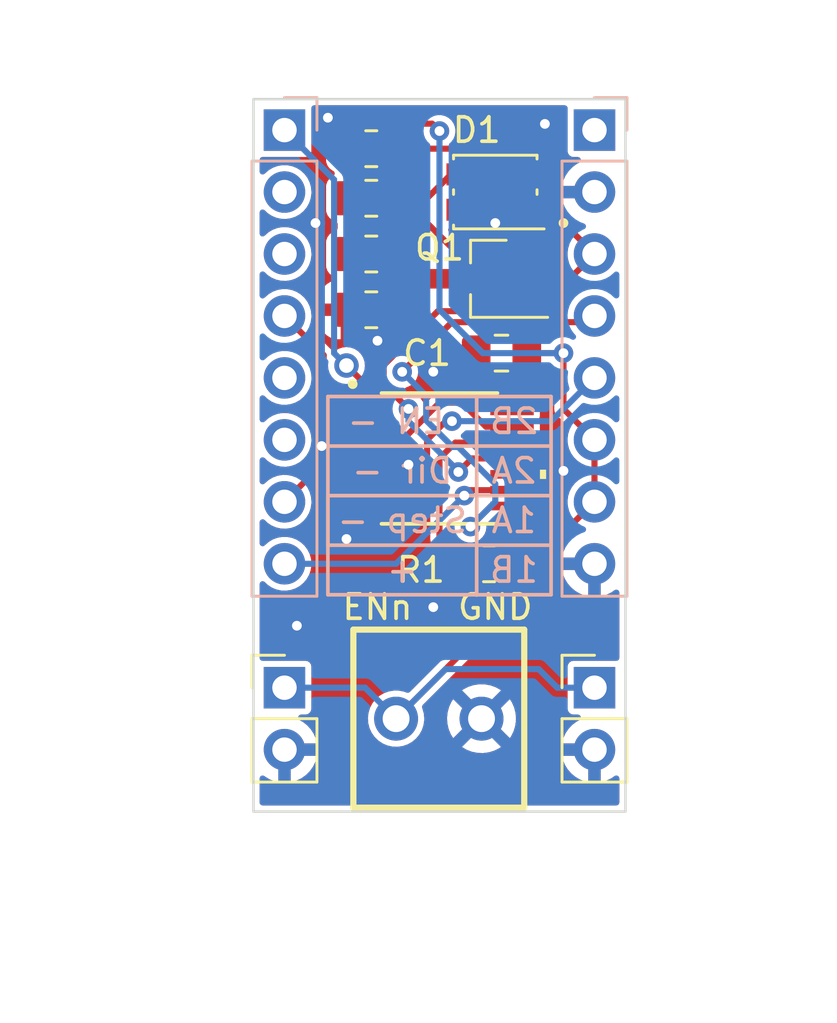
<source format=kicad_pcb>
(kicad_pcb (version 20211014) (generator pcbnew)
  (layers (0 "F.Cu" signal) (31 "B.Cu" signal) (34 "B.Paste" user) (35 "F.Paste" user) (36 "B.SilkS" user "B.Silkscreen") (37 "F.SilkS" user "F.Silkscreen") (38 "B.Mask" user) (39 "F.Mask" user) (44 "Edge.Cuts" user))
  (net 0 "")
  (net 1 "+5V")
  (net 2 "GND")
  (net 3 "/En_Software")
  (net 4 "/CS")
  (net 5 "Net-(IC1-Pad13)")
  (net 6 "/EN-")
  (net 7 "Net-(R6-Pad2)")
  (net 8 "/STEP")
  (net 9 "Net-(IC1-Pad11)")
  (net 10 "/STEP-")
  (net 11 "/DIR-")
  (net 12 "/DIR")
  (net 13 "Net-(Q1-Pad3)")
  (net 14 "Net-(R2-Pad2)")
  (net 20 "Net-(J3-Pad1)")
  (footprint "Package_TO_SOT_SMD:SOT-23_Handsoldering" (layer "F.Cu") (at 138.176 92.964 180)
    (fp_text reference "Q1" (at 2.032 1.27) (layer "F.SilkS"))
    (fp_text value "Q_NPN_CEB")
    (fp_line (start 0.76 -1.58) (end 0.76 -0.65) (layer "F.SilkS") (width 0.12))
    (fp_line (start 0.76 1.58) (end 0.76 0.65) (layer "F.SilkS") (width 0.12))
    (fp_line (start 0.76 1.58) (end -0.7 1.58) (layer "F.SilkS") (width 0.12))
    (fp_line (start 0.76 -1.58) (end -2.4 -1.58) (layer "F.SilkS") (width 0.12))
    (pad "1" smd rect (at -1.5 -0.95 180) (size 1.9 0.8) (layers "F.Cu" "F.Paste" "F.Mask") (net 6 "/EN-"))
    (pad "2" smd rect (at -1.5 0.95 180) (size 1.9 0.8) (layers "F.Cu" "F.Paste" "F.Mask") (net 2 "GND"))
    (pad "3" smd rect (at 1.5 0 180) (size 1.9 0.8) (layers "F.Cu" "F.Paste" "F.Mask") (net 13 "Net-(Q1-Pad3)"))
  )
  (footprint "Resistor_SMD:R_0805_2012Metric_Pad1.20x1.40mm_HandSolder" (layer "F.Cu") (at 133.35 91.948)
    (fp_text reference "R4" hide)
    (fp_text value "1.2k")
    (fp_line (start -0.227064 0.735) (end 0.227064 0.735) (layer "F.SilkS") (width 0.12))
    (fp_line (start -0.227064 -0.735) (end 0.227064 -0.735) (layer "F.SilkS") (width 0.12))
    (pad "1" smd roundrect (at -1 0) (size 1.2 1.4) (layers "F.Cu" "F.Paste" "F.Mask") (roundrect_rratio 0.2083333333) (net 14 "Net-(R2-Pad2)"))
    (pad "2" smd roundrect (at 1 0) (size 1.2 1.4) (layers "F.Cu" "F.Paste" "F.Mask") (roundrect_rratio 0.2083333333) (net 13 "Net-(Q1-Pad3)"))
  )
  (footprint "Resistor_SMD:R_0805_2012Metric_Pad1.20x1.40mm_HandSolder" (layer "F.Cu") (at 133.35 89.662 180)
    (fp_text reference "R2" hide)
    (fp_text value "270")
    (fp_line (start -0.227064 -0.735) (end 0.227064 -0.735) (layer "F.SilkS") (width 0.12))
    (fp_line (start -0.227064 0.735) (end 0.227064 0.735) (layer "F.SilkS") (width 0.12))
    (pad "1" smd roundrect (at -1 0 180) (size 1.2 1.4) (layers "F.Cu" "F.Paste" "F.Mask") (roundrect_rratio 0.2083333333) (net 9 "Net-(IC1-Pad11)"))
    (pad "2" smd roundrect (at 1 0 180) (size 1.2 1.4) (layers "F.Cu" "F.Paste" "F.Mask") (roundrect_rratio 0.2083333333) (net 14 "Net-(R2-Pad2)"))
  )
  (footprint "Resistor_SMD:R_0805_2012Metric_Pad1.20x1.40mm_HandSolder" (layer "F.Cu") (at 133.35 87.63)
    (fp_text reference "R6" hide)
    (fp_text value "200")
    (fp_line (start -0.227064 0.735) (end 0.227064 0.735) (layer "F.SilkS") (width 0.12))
    (fp_line (start -0.227064 -0.735) (end 0.227064 -0.735) (layer "F.SilkS") (width 0.12))
    (pad "1" smd roundrect (at -1 0) (size 1.2 1.4) (layers "F.Cu" "F.Paste" "F.Mask") (roundrect_rratio 0.2083333333) (net 1 "+5V"))
    (pad "2" smd roundrect (at 1 0) (size 1.2 1.4) (layers "F.Cu" "F.Paste" "F.Mask") (roundrect_rratio 0.2083333333) (net 7 "Net-(R6-Pad2)"))
  )
  (footprint "Connector_PinHeader_2.54mm:PinHeader_1x02_P2.54mm_Vertical" (layer "F.Cu") (at 142.494 109.728)
    (fp_text reference "J3" hide)
    (fp_text value "Conn_01x02" hide)
    (fp_line (start -1.33 1.27) (end -1.33 3.87) (layer "F.SilkS") (width 0.12))
    (fp_line (start -1.33 0) (end -1.33 -1.33) (layer "F.SilkS") (width 0.12))
    (fp_line (start -1.33 3.87) (end 1.33 3.87) (layer "F.SilkS") (width 0.12))
    (fp_line (start 1.33 1.27) (end 1.33 3.87) (layer "F.SilkS") (width 0.12))
    (fp_line (start -1.33 -1.33) (end 0 -1.33) (layer "F.SilkS") (width 0.12))
    (fp_line (start -1.33 1.27) (end 1.33 1.27) (layer "F.SilkS") (width 0.12))
    (pad "1" thru_hole rect (at 0 0) (size 1.7 1.7) (drill 1) (layers *.Cu *.Mask) (net 20 "Net-(J3-Pad1)"))
    (pad "2" thru_hole oval (at 0 2.54) (size 1.7 1.7) (drill 1) (layers *.Cu *.Mask) (net 2 "GND"))
  )
  (footprint "Connector:0393570002" (layer "F.Cu") (at 134.366 110.998)
    (fp_text reference "J4" hide)
    (fp_text value "0393570002")
    (fp_line (start -1.75 3.65) (end 5.25 3.65) (layer "F.SilkS") (width 0.254))
    (fp_line (start -1.75 -3.65) (end -1.75 3.65) (layer "F.SilkS") (width 0.254))
    (fp_line (start 5.25 -3.65) (end 5.25 3.65) (layer "F.SilkS") (width 0.254))
    (fp_line (start -1.75 -3.65) (end 5.25 -3.65) (layer "F.SilkS") (width 0.254))
    (pad "1" thru_hole circle (at 0 0) (size 1.8 1.8) (drill 1.1) (layers *.Cu *.Mask) (net 20 "Net-(J3-Pad1)"))
    (pad "2" thru_hole circle (at 3.5 0) (size 1.8 1.8) (drill 1.1) (layers *.Cu *.Mask) (net 2 "GND"))
  )
  (footprint "Capacitor_SMD:C_0805_2012Metric_Pad1.18x1.45mm_HandSolder" (layer "F.Cu") (at 138.684 96.012 180)
    (fp_text reference "C1" (at 3.048 0) (layer "F.SilkS"))
    (fp_text value "10n")
    (fp_line (start -0.261252 0.735) (end 0.261252 0.735) (layer "F.SilkS") (width 0.12))
    (fp_line (start -0.261252 -0.735) (end 0.261252 -0.735) (layer "F.SilkS") (width 0.12))
    (pad "1" smd roundrect (at -1.0375 0 180) (size 1.175 1.45) (layers "F.Cu" "F.Paste" "F.Mask") (roundrect_rratio 0.2127659574) (net 1 "+5V"))
    (pad "2" smd roundrect (at 1.0375 0 180) (size 1.175 1.45) (layers "F.Cu" "F.Paste" "F.Mask") (roundrect_rratio 0.2127659574) (net 2 "GND"))
  )
  (footprint "Resistor_SMD:R_0805_2012Metric_Pad1.20x1.40mm_HandSolder" (layer "F.Cu") (at 138.176 104.648 180)
    (fp_text reference "R1" (at 2.794 -0.254) (layer "F.SilkS"))
    (fp_text value "50k")
    (fp_line (start -0.227064 -0.735) (end 0.227064 -0.735) (layer "F.SilkS") (width 0.12))
    (fp_line (start -0.227064 0.735) (end 0.227064 0.735) (layer "F.SilkS") (width 0.12))
    (pad "1" smd roundrect (at -1 0 180) (size 1.2 1.4) (layers "F.Cu" "F.Paste" "F.Mask") (roundrect_rratio 0.2083333333) (net 1 "+5V"))
    (pad "2" smd roundrect (at 1 0 180) (size 1.2 1.4) (layers "F.Cu" "F.Paste" "F.Mask") (roundrect_rratio 0.2083333333) (net 20 "Net-(J3-Pad1)"))
  )
  (footprint "LED_SMD:LED_Kingbright_AAA3528ESGCT" (layer "F.Cu") (at 138.43 89.408 180)
    (fp_text reference "D1" (at 0.762 2.54) (layer "F.SilkS"))
    (fp_text value "LED_Dual")
    (fp_line (start -1.71 1.51) (end 1.71 1.51) (layer "F.SilkS") (width 0.12))
    (fp_line (start 1.71 -0.095) (end 1.71 0.095) (layer "F.SilkS") (width 0.12))
    (fp_line (start -1.71 -0.095) (end -1.71 0.095) (layer "F.SilkS") (width 0.12))
    (fp_line (start -1.71 1.355) (end -1.71 1.51) (layer "F.SilkS") (width 0.12))
    (fp_line (start 1.71 1.355) (end 1.71 1.51) (layer "F.SilkS") (width 0.12))
    (fp_line (start 1.71 -1.355) (end 1.71 -1.51) (layer "F.SilkS") (width 0.12))
    (fp_line (start -2 -1.51) (end 1.71 -1.51) (layer "F.SilkS") (width 0.12))
    (pad "1" smd rect (at -1.4 -0.725 180) (size 1.2 0.9) (layers "F.Cu" "F.Paste" "F.Mask") (net 6 "/EN-"))
    (pad "2" smd rect (at 1.4 -0.725 180) (size 1.2 0.9) (layers "F.Cu" "F.Paste" "F.Mask") (net 7 "Net-(R6-Pad2)"))
    (pad "3" smd rect (at 1.4 0.725 180) (size 1.2 0.9) (layers "F.Cu" "F.Paste" "F.Mask") (net 9 "Net-(IC1-Pad11)"))
    (pad "4" smd rect (at -1.4 0.725 180) (size 1.2 0.9) (layers "F.Cu" "F.Paste" "F.Mask") (net 7 "Net-(R6-Pad2)"))
  )
  (footprint "Resistor_SMD:R_0805_2012Metric_Pad1.20x1.40mm_HandSolder" (layer "F.Cu") (at 133.35 94.234 180)
    (fp_text reference "R3" hide)
    (fp_text value "200")
    (fp_line (start -0.227064 -0.735) (end 0.227064 -0.735) (layer "F.SilkS") (width 0.12))
    (fp_line (start -0.227064 0.735) (end 0.227064 0.735) (layer "F.SilkS") (width 0.12))
    (pad "1" smd roundrect (at -1 0 180) (size 1.2 1.4) (layers "F.Cu" "F.Paste" "F.Mask") (roundrect_rratio 0.2083333333) (net 14 "Net-(R2-Pad2)"))
    (pad "2" smd roundrect (at 1 0 180) (size 1.2 1.4) (layers "F.Cu" "F.Paste" "F.Mask") (roundrect_rratio 0.2083333333) (net 2 "GND"))
  )
  (footprint "Connector_PinHeader_2.54mm:PinHeader_1x02_P2.54mm_Vertical" (layer "F.Cu") (at 129.794 109.728)
    (fp_text reference "J5" hide)
    (fp_text value "Conn_01x02" hide)
    (fp_line (start -1.33 1.27) (end 1.33 1.27) (layer "F.SilkS") (width 0.12))
    (fp_line (start -1.33 0) (end -1.33 -1.33) (layer "F.SilkS") (width 0.12))
    (fp_line (start -1.33 -1.33) (end 0 -1.33) (layer "F.SilkS") (width 0.12))
    (fp_line (start 1.33 1.27) (end 1.33 3.87) (layer "F.SilkS") (width 0.12))
    (fp_line (start -1.33 3.87) (end 1.33 3.87) (layer "F.SilkS") (width 0.12))
    (fp_line (start -1.33 1.27) (end -1.33 3.87) (layer "F.SilkS") (width 0.12))
    (pad "1" thru_hole rect (at 0 0) (size 1.7 1.7) (drill 1) (layers *.Cu *.Mask) (net 20 "Net-(J3-Pad1)"))
    (pad "2" thru_hole oval (at 0 2.54) (size 1.7 1.7) (drill 1) (layers *.Cu *.Mask) (net 2 "GND"))
  )
  (footprint "footprints:SOT402-1_NXP-M" (layer "F.Cu") (at 136.144 100.33)
    (fp_text reference "IC1" hide)
    (fp_text value "SN74ACT32PWR")
    (fp_line (start -2.3749 2.6797) (end 2.3749 2.6797) (layer "F.SilkS") (width 0.1524))
    (fp_line (start 2.3749 -2.6797) (end -2.3749 -2.6797) (layer "F.SilkS") (width 0.1524))
    (fp_poly (pts (xy 4.3688 0.459499) (xy 4.3688 0.840499) (xy 4.1148 0.840499) (xy 4.1148 0.459499)) (layer "F.SilkS") (width 0) (fill solid))
    (pad "1" smd rect (at -2.9718 -1.950001) (size 1.778 0.3556) (layers "F.Cu" "F.Paste" "F.Mask") (net 3 "/En_Software"))
    (pad "2" smd rect (at -2.9718 -1.3) (size 1.778 0.3556) (layers "F.Cu" "F.Paste" "F.Mask") (net 4 "/CS"))
    (pad "3" smd rect (at -2.9718 -0.649999) (size 1.778 0.3556) (layers "F.Cu" "F.Paste" "F.Mask") (net 5 "Net-(IC1-Pad13)"))
    (pad "4" smd rect (at -2.9718 0) (size 1.778 0.3556) (layers "F.Cu" "F.Paste" "F.Mask") (net 2 "GND"))
    (pad "5" smd rect (at -2.9718 0.649999) (size 1.778 0.3556) (layers "F.Cu" "F.Paste" "F.Mask") (net 8 "/STEP"))
    (pad "6" smd rect (at -2.9718 1.3) (size 1.778 0.3556) (layers "F.Cu" "F.Paste" "F.Mask") (net 10 "/STEP-"))
    (pad "7" smd rect (at -2.9718 1.949999) (size 1.778 0.3556) (layers "F.Cu" "F.Paste" "F.Mask") (net 2 "GND"))
    (pad "8" smd rect (at 2.9718 1.950001) (size 1.778 0.3556) (layers "F.Cu" "F.Paste" "F.Mask") (net 11 "/DIR-"))
    (pad "9" smd rect (at 2.9718 1.3) (size 1.778 0.3556) (layers "F.Cu" "F.Paste" "F.Mask") (net 12 "/DIR"))
    (pad "10" smd rect (at 2.9718 0.650001) (size 1.778 0.3556) (layers "F.Cu" "F.Paste" "F.Mask") (net 2 "GND"))
    (pad "11" smd rect (at 2.9718 0) (size 1.778 0.3556) (layers "F.Cu" "F.Paste" "F.Mask") (net 9 "Net-(IC1-Pad11)"))
    (pad "12" smd rect (at 2.9718 -0.649999) (size 1.778 0.3556) (layers "F.Cu" "F.Paste" "F.Mask") (net 20 "Net-(J3-Pad1)"))
    (pad "13" smd rect (at 2.9718 -1.3) (size 1.778 0.3556) (layers "F.Cu" "F.Paste" "F.Mask") (net 5 "Net-(IC1-Pad13)"))
    (pad "14" smd rect (at 2.9718 -1.949999) (size 1.778 0.3556) (layers "F.Cu" "F.Paste" "F.Mask") (net 1 "+5V"))
  )
  (footprint "Connector_PinHeader_2.54mm:PinHeader_1x08_P2.54mm_Vertical" (layer "B.Cu") (at 142.494 86.868 180)
    (fp_text reference "J2" hide)
    (fp_text value "Conn_01x08" hide)
    (fp_line (start -1.33 -19.11) (end 1.33 -19.11) (layer "B.SilkS") (width 0.12))
    (fp_line (start -1.33 -1.27) (end -1.33 -19.11) (layer "B.SilkS") (width 0.12))
    (fp_line (start -1.33 -1.27) (end 1.33 -1.27) (layer "B.SilkS") (width 0.12))
    (fp_line (start -1.33 0) (end -1.33 1.33) (layer "B.SilkS") (width 0.12))
    (fp_line (start 1.33 -1.27) (end 1.33 -19.11) (layer "B.SilkS") (width 0.12))
    (fp_line (start -1.33 1.33) (end 0 1.33) (layer "B.SilkS") (width 0.12))
    (pad "1" thru_hole rect (at 0 0 180) (size 1.7 1.7) (drill 1) (layers *.Cu *.Mask))
    (pad "2" thru_hole oval (at 0 -2.54 180) (size 1.7 1.7) (drill 1) (layers *.Cu *.Mask) (net 2 "GND"))
    (pad "3" thru_hole oval (at 0 -5.08 180) (size 1.7 1.7) (drill 1) (layers *.Cu *.Mask) (net 6 "/EN-"))
    (pad "4" thru_hole oval (at 0 -7.62 180) (size 1.7 1.7) (drill 1) (layers *.Cu *.Mask) (net 11 "/DIR-"))
    (pad "5" thru_hole oval (at 0 -10.16 180) (size 1.7 1.7) (drill 1) (layers *.Cu *.Mask) (net 10 "/STEP-"))
    (pad "6" thru_hole oval (at 0 -12.7 180) (size 1.7 1.7) (drill 1) (layers *.Cu *.Mask) (net 1 "+5V"))
    (pad "7" thru_hole oval (at 0 -15.24 180) (size 1.7 1.7) (drill 1) (layers *.Cu *.Mask) (net 1 "+5V"))
    (pad "8" thru_hole oval (at 0 -17.78 180) (size 1.7 1.7) (drill 1) (layers *.Cu *.Mask) (net 2 "GND"))
  )
  (footprint "Connector_PinHeader_2.54mm:PinHeader_1x08_P2.54mm_Vertical" (layer "B.Cu") (at 129.794 86.868 180)
    (fp_text reference "J1" hide)
    (fp_text value "Conn_01x08" hide)
    (fp_line (start 1.33 -1.27) (end 1.33 -19.11) (layer "B.SilkS") (width 0.12))
    (fp_line (start -1.33 -1.27) (end -1.33 -19.11) (layer "B.SilkS") (width 0.12))
    (fp_line (start -1.33 0) (end -1.33 1.33) (layer "B.SilkS") (width 0.12))
    (fp_line (start -1.33 -1.27) (end 1.33 -1.27) (layer "B.SilkS") (width 0.12))
    (fp_line (start -1.33 1.33) (end 0 1.33) (layer "B.SilkS") (width 0.12))
    (fp_line (start -1.33 -19.11) (end 1.33 -19.11) (layer "B.SilkS") (width 0.12))
    (pad "1" thru_hole rect (at 0 0 180) (size 1.7 1.7) (drill 1) (layers *.Cu *.Mask) (net 3 "/En_Software"))
    (pad "2" thru_hole oval (at 0 -2.54 180) (size 1.7 1.7) (drill 1) (layers *.Cu *.Mask))
    (pad "3" thru_hole oval (at 0 -5.08 180) (size 1.7 1.7) (drill 1) (layers *.Cu *.Mask))
    (pad "4" thru_hole oval (at 0 -7.62 180) (size 1.7 1.7) (drill 1) (layers *.Cu *.Mask) (net 4 "/CS"))
    (pad "5" thru_hole oval (at 0 -10.16 180) (size 1.7 1.7) (drill 1) (layers *.Cu *.Mask))
    (pad "6" thru_hole oval (at 0 -12.7 180) (size 1.7 1.7) (drill 1) (layers *.Cu *.Mask))
    (pad "7" thru_hole oval (at 0 -15.24 180) (size 1.7 1.7) (drill 1) (layers *.Cu *.Mask) (net 8 "/STEP"))
    (pad "8" thru_hole oval (at 0 -17.78 180) (size 1.7 1.7) (drill 1) (layers *.Cu *.Mask) (net 12 "/DIR"))
  )
  (gr_line (start 137.668 105.918) (end 140.716 105.918) (layer "B.SilkS") (width 0.15))
  (gr_line (start 140.716 103.886) (end 131.572 103.886) (layer "B.SilkS") (width 0.15))
  (gr_line (start 131.572 103.886) (end 131.572 101.854) (layer "B.SilkS") (width 0.15))
  (gr_line (start 137.668 97.79) (end 137.668 105.918) (layer "B.SilkS") (width 0.15))
  (gr_line (start 140.716 105.918) (end 140.716 97.79) (layer "B.SilkS") (width 0.15))
  (gr_line (start 140.716 101.854) (end 131.572 101.854) (layer "B.SilkS") (width 0.15))
  (gr_line (start 131.572 105.918) (end 137.668 105.918) (layer "B.SilkS") (width 0.15))
  (gr_line (start 131.572 97.79) (end 131.572 105.918) (layer "B.SilkS") (width 0.15))
  (gr_line (start 140.716 97.79) (end 131.572 97.79) (layer "B.SilkS") (width 0.15))
  (gr_line (start 140.716 99.822) (end 131.572 99.822) (layer "B.SilkS") (width 0.15))
  (gr_circle (center 132.588 97.282) (end 132.688 97.282) (layer "F.SilkS") (width 0.2) (fill none))
  (gr_circle (center 141.224 90.678) (end 141.324 90.678) (layer "F.SilkS") (width 0.2) (fill none))
  (gr_poly (pts (xy 143.764 114.808) (xy 128.524 114.808) (xy 128.524 85.598) (xy 143.764 85.598)) (layer "Edge.Cuts") (width 0.1) (fill none))
  (gr_text "EN -" (at 134.366 98.806) (layer "B.SilkS") (effects (font (size 1 1)) (justify mirror)))
  (gr_text "2A" (at 139.192 100.838) (layer "B.SilkS") (effects (font (size 1 1)) (justify mirror)))
  (gr_text "Dir -" (at 134.62 100.838) (layer "B.SilkS") (effects (font (size 1 1)) (justify mirror)))
  (gr_text "Step -" (at 134.62 102.87) (layer "B.SilkS") (effects (font (size 1 1)) (justify mirror)))
  (gr_text "2B" (at 139.192 98.806) (layer "B.SilkS") (effects (font (size 1 1)) (justify mirror)))
  (gr_text "1B" (at 139.192 104.902) (layer "B.SilkS") (effects (font (size 1 1)) (justify mirror)))
  (gr_text "1A" (at 139.192 102.87) (layer "B.SilkS") (effects (font (size 1 1)) (justify mirror)))
  (gr_text "+" (at 134.62 104.902) (layer "B.SilkS") (effects (font (size 1 1)) (justify mirror)))
  (gr_text "ENn" (at 133.604 106.426) (layer "F.SilkS") (effects (font (size 1 1))))
  (gr_text "GND" (at 138.43 106.426) (layer "F.SilkS") (effects (font (size 1 1))))
  (segment (start 141.224 98.298) (end 142.494 99.568) (width 0.25) (layer "F.Cu") (net 1))
  (segment (start 133.375 86.605) (end 132.35 87.63) (width 0.25) (layer "F.Cu") (net 1))
  (segment (start 142.494 102.108) (end 142.494 99.568) (width 0.25) (layer "F.Cu") (net 1))
  (segment (start 139.176 104.648) (end 139.954 104.648) (width 0.25) (layer "F.Cu") (net 1))
  (segment (start 139.1158 97.8662) (end 139.1158 98.380001) (width 0.25) (layer "F.Cu") (net 1))
  (segment (start 141.224 96.012) (end 141.224 98.298) (width 0.25) (layer "F.Cu") (net 1))
  (segment (start 136.144 86.9055) (end 135.8435 86.605) (width 0.25) (layer "F.Cu") (net 1))
  (segment (start 139.7215 97.2605) (end 139.1158 97.8662) (width 0.25) (layer "F.Cu") (net 1))
  (segment (start 139.954 104.648) (end 142.494 102.108) (width 0.25) (layer "F.Cu") (net 1))
  (segment (start 135.8435 86.605) (end 133.375 86.605) (width 0.25) (layer "F.Cu") (net 1))
  (segment (start 139.7215 96.012) (end 141.224 96.012) (width 0.25) (layer "F.Cu") (net 1))
  (segment (start 139.7215 96.012) (end 139.7215 97.2605) (width 0.25) (layer "F.Cu") (net 1))
  (via (at 141.224 96.012) (size 0.8) (drill 0.4) (layers "F.Cu" "B.Cu") (net 1))
  (via (at 136.144 86.9055) (size 0.8) (drill 0.4) (layers "F.Cu" "B.Cu") (net 1))
  (segment (start 137.922 96.012) (end 141.224 96.012) (width 0.25) (layer "B.Cu") (net 1))
  (segment (start 136.144 94.234) (end 137.922 96.012) (width 0.25) (layer "B.Cu") (net 1))
  (segment (start 136.144 86.9055) (end 136.144 94.234) (width 0.25) (layer "B.Cu") (net 1))
  (via (at 140.462 86.614) (size 0.8) (drill 0.4) (layers "F.Cu" "B.Cu") (net 2))
  (via (at 135.89 96.774) (size 0.8) (drill 0.4) (layers "F.Cu" "B.Cu") (net 2))
  (via (at 138.43 90.678) (size 0.8) (drill 0.4) (layers "F.Cu" "B.Cu") (net 2))
  (via (at 132.334 103.632) (size 0.8) (drill 0.4) (layers "F.Cu" "B.Cu") (net 2))
  (via (at 130.302 107.188) (size 0.8) (drill 0.4) (layers "F.Cu" "B.Cu") (net 2))
  (via (at 134.874 100.584) (size 0.8) (drill 0.4) (layers "F.Cu" "B.Cu") (net 2))
  (via (at 131.318 99.822) (size 0.8) (drill 0.4) (layers "F.Cu" "B.Cu") (net 2))
  (via (at 131.572 86.36) (size 0.8) (drill 0.4) (layers "F.Cu" "B.Cu") (net 2))
  (via (at 141.224 100.838) (size 0.8) (drill 0.4) (layers "F.Cu" "B.Cu") (net 2))
  (via (at 131.064 90.678) (size 0.8) (drill 0.4) (layers "F.Cu" "B.Cu") (net 2))
  (via (at 133.604 95.504) (size 0.8) (drill 0.4) (layers "F.Cu" "B.Cu") (net 2))
  (via (at 135.89 106.426) (size 0.8) (drill 0.4) (layers "F.Cu" "B.Cu") (net 2))
  (segment (start 133.1722 97.3582) (end 133.1722 98.379999) (width 0.25) (layer "F.Cu") (net 3))
  (segment (start 132.334 96.52) (end 133.1722 97.3582) (width 0.25) (layer "F.Cu") (net 3))
  (via (at 132.334 96.52) (size 1) (drill 0.6) (layers "F.Cu" "B.Cu") (net 3))
  (segment (start 131.826 88.9) (end 129.794 86.868) (width 0.25) (layer "B.Cu") (net 3))
  (segment (start 131.826 96.012) (end 131.826 88.9) (width 0.25) (layer "B.Cu") (net 3))
  (segment (start 132.334 96.52) (end 131.826 96.012) (width 0.25) (layer "B.Cu") (net 3))
  (segment (start 131.4 96.094) (end 131.4 98.324599) (width 0.25) (layer "F.Cu") (net 4))
  (segment (start 132.105401 99.03) (end 133.1722 99.03) (width 0.25) (layer "F.Cu") (net 4))
  (segment (start 129.794 94.488) (end 131.4 96.094) (width 0.25) (layer "F.Cu") (net 4))
  (segment (start 131.4 98.324599) (end 132.105401 99.03) (width 0.25) (layer "F.Cu") (net 4))
  (segment (start 134.517304 99.680001) (end 135.599 98.598305) (width 0.25) (layer "F.Cu") (net 5))
  (segment (start 137.062999 98.044) (end 138.048999 99.03) (width 0.25) (layer "F.Cu") (net 5))
  (segment (start 135.599 98.589) (end 136.144 98.044) (width 0.25) (layer "F.Cu") (net 5))
  (segment (start 138.048999 99.03) (end 139.1158 99.03) (width 0.25) (layer "F.Cu") (net 5))
  (segment (start 135.599 98.598305) (end 135.599 98.589) (width 0.25) (layer "F.Cu") (net 5))
  (segment (start 136.144 98.044) (end 137.062999 98.044) (width 0.25) (layer "F.Cu") (net 5))
  (segment (start 133.1722 99.680001) (end 134.517304 99.680001) (width 0.25) (layer "F.Cu") (net 5))
  (segment (start 140.679 90.133) (end 142.494 91.948) (width 0.25) (layer "F.Cu") (net 6))
  (segment (start 139.676 93.914) (end 140.528 93.914) (width 0.25) (layer "F.Cu") (net 6))
  (segment (start 139.83 90.133) (end 140.679 90.133) (width 0.25) (layer "F.Cu") (net 6))
  (segment (start 140.528 93.914) (end 142.494 91.948) (width 0.25) (layer "F.Cu") (net 6))
  (segment (start 137.03 90.133) (end 137.779 90.133) (width 0.25) (layer "F.Cu") (net 7))
  (segment (start 139.229 88.683) (end 139.446 88.466) (width 0.25) (layer "F.Cu") (net 7))
  (segment (start 137.779 90.133) (end 139.229 88.683) (width 0.25) (layer "F.Cu") (net 7))
  (segment (start 134.35 87.63) (end 139.446 87.63) (width 0.25) (layer "F.Cu") (net 7))
  (segment (start 139.446 87.63) (end 139.83 88.014) (width 0.25) (layer "F.Cu") (net 7))
  (segment (start 139.83 88.014) (end 139.83 88.683) (width 0.25) (layer "F.Cu") (net 7))
  (segment (start 139.229 88.683) (end 139.83 88.683) (width 0.25) (layer "F.Cu") (net 7))
  (segment (start 130.922001 100.979999) (end 133.1722 100.979999) (width 0.25) (layer "F.Cu") (net 8))
  (segment (start 129.794 102.108) (end 130.922001 100.979999) (width 0.25) (layer "F.Cu") (net 8))
  (segment (start 136.076695 94.292) (end 137.356 94.292) (width 0.25) (layer "F.Cu") (net 9))
  (segment (start 137.03 88.683) (end 136.615 88.683) (width 0.25) (layer "F.Cu") (net 9))
  (segment (start 136.615 88.683) (end 135.636 89.662) (width 0.25) (layer "F.Cu") (net 9))
  (segment (start 138.176 93.472) (end 138.176 91.948) (width 0.25) (layer "F.Cu") (net 9))
  (segment (start 133.858 97.282) (end 133.858 96.510695) (width 0.25) (layer "F.Cu") (net 9))
  (segment (start 137.470706 100.33) (end 139.1158 100.33) (width 0.25) (layer "F.Cu") (net 9))
  (segment (start 137.356 94.292) (end 138.176 93.472) (width 0.25) (layer "F.Cu") (net 9))
  (segment (start 136.906 91.948) (end 135.636 90.678) (width 0.25) (layer "F.Cu") (net 9))
  (segment (start 134.874 98.298) (end 133.858 97.282) (width 0.25) (layer "F.Cu") (net 9))
  (segment (start 135.636 89.662) (end 134.35 89.662) (width 0.25) (layer "F.Cu") (net 9))
  (segment (start 136.915956 100.88475) (end 137.470706 100.33) (width 0.25) (layer "F.Cu") (net 9))
  (segment (start 133.858 96.510695) (end 136.076695 94.292) (width 0.25) (layer "F.Cu") (net 9))
  (segment (start 135.636 90.678) (end 135.636 89.662) (width 0.25) (layer "F.Cu") (net 9))
  (segment (start 138.176 91.948) (end 136.906 91.948) (width 0.25) (layer "F.Cu") (net 9))
  (via (at 134.874 98.298) (size 0.8) (drill 0.4) (layers "F.Cu" "B.Cu") (net 9))
  (via (at 136.915956 100.88475) (size 0.8) (drill 0.4) (layers "F.Cu" "B.Cu") (net 9))
  (segment (start 136.915956 100.88475) (end 136.915956 100.847956) (width 0.25) (layer "B.Cu") (net 9))
  (segment (start 134.874 98.806) (end 134.874 98.298) (width 0.25) (layer "B.Cu") (net 9))
  (segment (start 136.915956 100.847956) (end 134.874 98.806) (width 0.25) (layer "B.Cu") (net 9))
  (segment (start 135.352 101.63) (end 135.636 101.346) (width 0.25) (layer "F.Cu") (net 10))
  (segment (start 135.636 101.346) (end 135.636 99.568) (width 0.25) (layer "F.Cu") (net 10))
  (segment (start 133.1722 101.63) (end 135.352 101.63) (width 0.25) (layer "F.Cu") (net 10))
  (segment (start 135.636 99.568) (end 136.402299 98.801701) (width 0.25) (layer "F.Cu") (net 10))
  (segment (start 136.402299 98.801701) (end 136.656299 98.801701) (width 0.25) (layer "F.Cu") (net 10))
  (via (at 136.656299 98.801701) (size 0.8) (drill 0.4) (layers "F.Cu" "B.Cu") (net 10))
  (segment (start 140.720299 98.801701) (end 142.494 97.028) (width 0.25) (layer "B.Cu") (net 10))
  (segment (start 136.656299 98.801701) (end 140.720299 98.801701) (width 0.25) (layer "B.Cu") (net 10))
  (segment (start 139.1158 102.280001) (end 138.257999 102.280001) (width 0.25) (layer "F.Cu") (net 11))
  (segment (start 138.257999 102.280001) (end 137.414 103.124) (width 0.25) (layer "F.Cu") (net 11))
  (segment (start 134.615701 96.778299) (end 136.652 94.742) (width 0.25) (layer "F.Cu") (net 11))
  (segment (start 136.652 94.742) (end 142.24 94.742) (width 0.25) (layer "F.Cu") (net 11))
  (segment (start 142.24 94.742) (end 142.494 94.488) (width 0.25) (layer "F.Cu") (net 11))
  (via (at 134.615701 96.778299) (size 0.8) (drill 0.4) (layers "F.Cu" "B.Cu") (net 11))
  (via (at 137.414 103.124) (size 0.8) (drill 0.4) (layers "F.Cu" "B.Cu") (net 11))
  (segment (start 138.43 101.374195) (end 138.43 102.108) (width 0.25) (layer "B.Cu") (net 11))
  (segment (start 135.599 97.761598) (end 135.599 98.769) (width 0.25) (layer "B.Cu") (net 11))
  (segment (start 136.914805 99.859) (end 138.43 101.374195) (width 0.25) (layer "B.Cu") (net 11))
  (segment (start 134.615701 96.778299) (end 135.599 97.761598) (width 0.25) (layer "B.Cu") (net 11))
  (segment (start 135.599 98.769) (end 136.689 99.859) (width 0.25) (layer "B.Cu") (net 11))
  (segment (start 136.689 99.859) (end 136.914805 99.859) (width 0.25) (layer "B.Cu") (net 11))
  (segment (start 138.43 102.108) (end 137.414 103.124) (width 0.25) (layer "B.Cu") (net 11))
  (segment (start 139.1158 101.63) (end 137.384 101.63) (width 0.25) (layer "F.Cu") (net 12))
  (segment (start 137.384 101.63) (end 137.16 101.854) (width 0.25) (layer "F.Cu") (net 12))
  (via (at 137.16 101.854) (size 0.8) (drill 0.4) (layers "F.Cu" "B.Cu") (net 12))
  (segment (start 137.16 101.854) (end 134.366 104.648) (width 0.25) (layer "B.Cu") (net 12))
  (segment (start 134.366 104.648) (end 129.794 104.648) (width 0.25) (layer "B.Cu") (net 12))
  (segment (start 135.366 92.964) (end 136.676 92.964) (width 0.25) (layer "F.Cu") (net 13))
  (segment (start 134.35 91.948) (end 135.366 92.964) (width 0.25) (layer "F.Cu") (net 13))
  (segment (start 132.35 91.948) (end 132.35 92.234) (width 0.25) (layer "F.Cu") (net 14))
  (segment (start 132.35 92.234) (end 134.35 94.234) (width 0.25) (layer "F.Cu") (net 14))
  (segment (start 132.35 89.662) (end 132.35 91.948) (width 0.25) (layer "F.Cu") (net 14))
  (segment (start 137.176 104.648) (end 137.176 108.188) (width 0.25) (layer "F.Cu") (net 20))
  (segment (start 136.144 100.33) (end 136.144 103.616) (width 0.25) (layer "F.Cu") (net 20))
  (segment (start 137.176 108.188) (end 134.366 110.998) (width 0.25) (layer "F.Cu") (net 20))
  (segment (start 136.793999 99.680001) (end 136.144 100.33) (width 0.25) (layer "F.Cu") (net 20))
  (segment (start 139.1158 99.680001) (end 136.793999 99.680001) (width 0.25) (layer "F.Cu") (net 20))
  (segment (start 136.144 103.616) (end 137.176 104.648) (width 0.25) (layer "F.Cu") (net 20))
  (segment (start 140.97 109.728) (end 142.494 109.728) (width 0.25) (layer "B.Cu") (net 20))
  (segment (start 136.398 108.966) (end 140.208 108.966) (width 0.25) (layer "B.Cu") (net 20))
  (segment (start 129.794 109.728) (end 133.096 109.728) (width 0.25) (layer "B.Cu") (net 20))
  (segment (start 134.366 110.998) (end 136.398 108.966) (width 0.25) (layer "B.Cu") (net 20))
  (segment (start 133.096 109.728) (end 134.366 110.998) (width 0.25) (layer "B.Cu") (net 20))
  (segment (start 140.208 108.966) (end 140.97 109.728) (width 0.25) (layer "B.Cu") (net 20))
  (zone (net 2) (net_name "GND") (layer "F.Cu") (connect_pads (clearance 0.25)) (min_thickness 0.25) (fill yes (thermal_gap 0.508) (thermal_bridge_width 0.508))
    (polygon (pts (xy 152.42935 123.473506) (xy 118.13935 117.123506) (xy 121.94935 84.103506) (xy 124.48935 81.563506) (xy 146.05 81.534)))
  )
  (zone (net 2) (net_name "GND") (layer "B.Cu") (connect_pads (clearance 0.25)) (min_thickness 0.25) (fill yes (thermal_gap 0.508) (thermal_bridge_width 0.508))
    (polygon (pts (xy 147.3 119.52) (xy 122.1 115.32) (xy 127 83.82) (xy 145.3 83.72)))
  )
)
</source>
